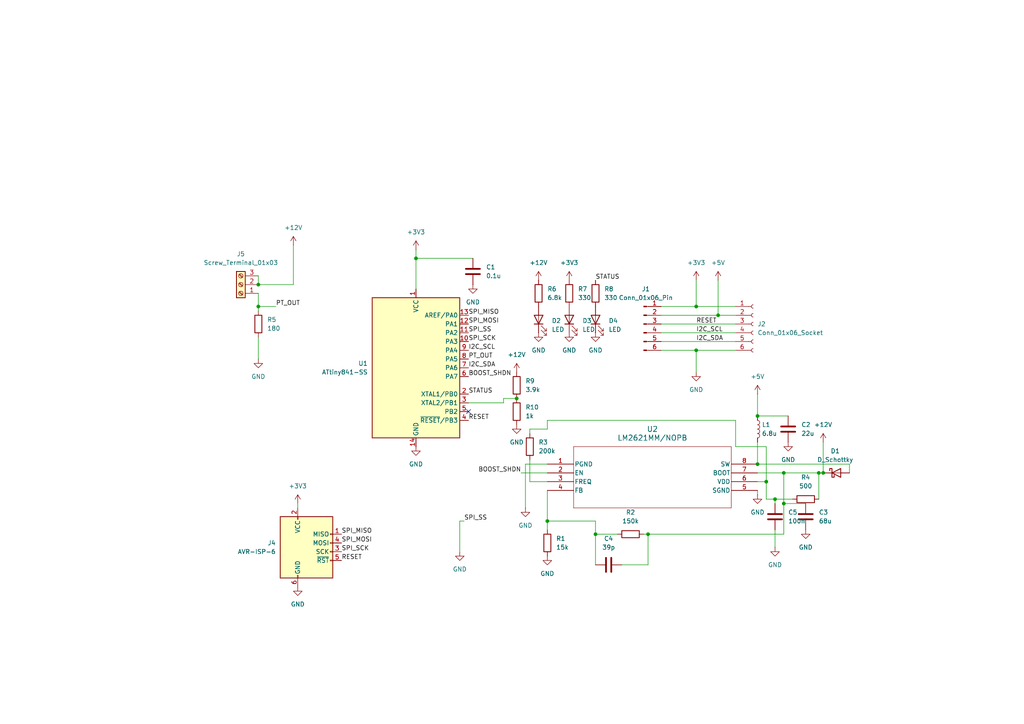
<source format=kicad_sch>
(kicad_sch (version 20231120) (generator "eeschema") (generator_version "8.0")
  (paper "A4")
  (lib_symbols
    (symbol "2025-02-03_04-38-13:LM2621MM_NOPB" (pin_names (offset 0.254))
      (property "Reference" "U" (at 30.48 10.16 0))
      (property "Value" "LM2621MM/NOPB" (at 30.48 7.62 0))
      (symbol "LM2621MM_NOPB_0_1"
        (polyline (pts (xy 7.62 -12.7) (xy 53.34 -12.7)) (stroke (width 0.127)))
        (polyline (pts (xy 7.62 5.08) (xy 7.62 -12.7)) (stroke (width 0.127)))
        (polyline (pts (xy 53.34 -12.7) (xy 53.34 5.08)) (stroke (width 0.127)))
        (polyline (pts (xy 53.34 5.08) (xy 7.62 5.08)) (stroke (width 0.127)))
        (pin passive line (at 0 0 0) (length 7.62) (name "PGND") (number "1"))
        (pin passive line (at 0 -2.54 0) (length 7.62) (name "EN") (number "2"))
        (pin passive line (at 0 -5.08 0) (length 7.62) (name "FREQ") (number "3"))
        (pin passive line (at 0 -7.62 0) (length 7.62) (name "FB") (number "4"))
        (pin passive line (at 60.96 -7.62 180) (length 7.62) (name "SGND") (number "5"))
        (pin passive line (at 60.96 -5.08 180) (length 7.62) (name "VDD") (number "6"))
        (pin passive line (at 60.96 -2.54 180) (length 7.62) (name "BOOT") (number "7"))
        (pin output line (at 60.96 0 180) (length 7.62) (name "SW") (number "8"))
      )
    )
    (symbol "Connector:AVR-ISP-6" (pin_names (offset 1.016))
      (property "Reference" "J" (at -6.35 11.43 0))
      (property "Value" "AVR-ISP-6" (at 0 11.43 0))
      (symbol "AVR-ISP-6_0_1"
        (rectangle (start -2.667 -6.858) (end -2.413 -7.62))
        (rectangle (start -2.667 10.16) (end -2.413 9.398))
        (rectangle (start 7.62 -2.413) (end 6.858 -2.667))
        (rectangle (start 7.62 0.127) (end 6.858 -0.127))
        (rectangle (start 7.62 2.667) (end 6.858 2.413))
        (rectangle (start 7.62 5.207) (end 6.858 4.953))
        (rectangle (start 7.62 10.16) (end -7.62 -7.62) (stroke (width 0.254)) (fill (type background)))
      )
      (symbol "AVR-ISP-6_1_1"
        (pin passive line (at 10.16 5.08 180) (length 2.54) (name "MISO") (number "1"))
        (pin passive line (at -2.54 12.7 270) (length 2.54) (name "VCC") (number "2"))
        (pin passive line (at 10.16 0 180) (length 2.54) (name "SCK") (number "3"))
        (pin passive line (at 10.16 2.54 180) (length 2.54) (name "MOSI") (number "4"))
        (pin passive line (at 10.16 -2.54 180) (length 2.54) (name "~{RST}") (number "5"))
        (pin passive line (at -2.54 -10.16 90) (length 2.54) (name "GND") (number "6"))
      )
    )
    (symbol "Connector:Conn_01x06_Pin" (pin_names (offset 1.016) hide)
      (property "Reference" "J" (at 0 7.62 0))
      (property "Value" "Conn_01x06_Pin" (at 0 -10.16 0))
      (symbol "Conn_01x06_Pin_1_1"
        (polyline (pts (xy 1.27 -7.62) (xy 0.8636 -7.62)) (stroke (width 0.1524)))
        (polyline (pts (xy 1.27 -5.08) (xy 0.8636 -5.08)) (stroke (width 0.1524)))
        (polyline (pts (xy 1.27 -2.54) (xy 0.8636 -2.54)) (stroke (width 0.1524)))
        (polyline (pts (xy 1.27 0) (xy 0.8636 0)) (stroke (width 0.1524)))
        (polyline (pts (xy 1.27 2.54) (xy 0.8636 2.54)) (stroke (width 0.1524)))
        (polyline (pts (xy 1.27 5.08) (xy 0.8636 5.08)) (stroke (width 0.1524)))
        (rectangle (start 0.8636 -7.493) (end 0 -7.747) (stroke (width 0.1524)) (fill (type outline)))
        (rectangle (start 0.8636 -4.953) (end 0 -5.207) (stroke (width 0.1524)) (fill (type outline)))
        (rectangle (start 0.8636 -2.413) (end 0 -2.667) (stroke (width 0.1524)) (fill (type outline)))
        (rectangle (start 0.8636 0.127) (end 0 -0.127) (stroke (width 0.1524)) (fill (type outline)))
        (rectangle (start 0.8636 2.667) (end 0 2.413) (stroke (width 0.1524)) (fill (type outline)))
        (rectangle (start 0.8636 5.207) (end 0 4.953) (stroke (width 0.1524)) (fill (type outline)))
        (pin passive line (at 5.08 5.08 180) (length 3.81) (name "Pin_1") (number "1"))
        (pin passive line (at 5.08 2.54 180) (length 3.81) (name "Pin_2") (number "2"))
        (pin passive line (at 5.08 0 180) (length 3.81) (name "Pin_3") (number "3"))
        (pin passive line (at 5.08 -2.54 180) (length 3.81) (name "Pin_4") (number "4"))
        (pin passive line (at 5.08 -5.08 180) (length 3.81) (name "Pin_5") (number "5"))
        (pin passive line (at 5.08 -7.62 180) (length 3.81) (name "Pin_6") (number "6"))
      )
    )
    (symbol "Connector:Conn_01x06_Socket" (pin_names (offset 1.016) hide)
      (property "Reference" "J" (at 0 7.62 0))
      (property "Value" "Conn_01x06_Socket" (at 0 -10.16 0))
      (symbol "Conn_01x06_Socket_1_1"
        (arc (start 0 -7.112) (mid -0.5058 -7.62) (end 0 -8.128) (stroke (width 0.1524)))
        (arc (start 0 -4.572) (mid -0.5058 -5.08) (end 0 -5.588) (stroke (width 0.1524)))
        (arc (start 0 -2.032) (mid -0.5058 -2.54) (end 0 -3.048) (stroke (width 0.1524)))
        (polyline (pts (xy -1.27 -7.62) (xy -0.508 -7.62)) (stroke (width 0.1524)))
        (polyline (pts (xy -1.27 -5.08) (xy -0.508 -5.08)) (stroke (width 0.1524)))
        (polyline (pts (xy -1.27 -2.54) (xy -0.508 -2.54)) (stroke (width 0.1524)))
        (polyline (pts (xy -1.27 0) (xy -0.508 0)) (stroke (width 0.1524)))
        (polyline (pts (xy -1.27 2.54) (xy -0.508 2.54)) (stroke (width 0.1524)))
        (polyline (pts (xy -1.27 5.08) (xy -0.508 5.08)) (stroke (width 0.1524)))
        (arc (start 0 0.508) (mid -0.5058 0) (end 0 -0.508) (stroke (width 0.1524)))
        (arc (start 0 3.048) (mid -0.5058 2.54) (end 0 2.032) (stroke (width 0.1524)))
        (arc (start 0 5.588) (mid -0.5058 5.08) (end 0 4.572) (stroke (width 0.1524)))
        (pin passive line (at -5.08 5.08 0) (length 3.81) (name "Pin_1") (number "1"))
        (pin passive line (at -5.08 2.54 0) (length 3.81) (name "Pin_2") (number "2"))
        (pin passive line (at -5.08 0 0) (length 3.81) (name "Pin_3") (number "3"))
        (pin passive line (at -5.08 -2.54 0) (length 3.81) (name "Pin_4") (number "4"))
        (pin passive line (at -5.08 -5.08 0) (length 3.81) (name "Pin_5") (number "5"))
        (pin passive line (at -5.08 -7.62 0) (length 3.81) (name "Pin_6") (number "6"))
      )
    )
    (symbol "Connector:Screw_Terminal_01x03" (pin_names (offset 1.016) hide)
      (property "Reference" "J" (at 0 5.08 0))
      (property "Value" "Screw_Terminal_01x03" (at 0 -5.08 0))
      (symbol "Screw_Terminal_01x03_1_1"
        (rectangle (start -1.27 3.81) (end 1.27 -3.81) (stroke (width 0.254)) (fill (type background)))
        (circle (center 0 -2.54) (radius 0.635) (stroke (width 0.1524)))
        (polyline (pts (xy -0.5334 -2.2098) (xy 0.3302 -3.048)) (stroke (width 0.1524)))
        (polyline (pts (xy -0.5334 0.3302) (xy 0.3302 -0.508)) (stroke (width 0.1524)))
        (polyline (pts (xy -0.5334 2.8702) (xy 0.3302 2.032)) (stroke (width 0.1524)))
        (polyline (pts (xy -0.3556 -2.032) (xy 0.508 -2.8702)) (stroke (width 0.1524)))
        (polyline (pts (xy -0.3556 0.508) (xy 0.508 -0.3302)) (stroke (width 0.1524)))
        (polyline (pts (xy -0.3556 3.048) (xy 0.508 2.2098)) (stroke (width 0.1524)))
        (circle (center 0 0) (radius 0.635) (stroke (width 0.1524)))
        (circle (center 0 2.54) (radius 0.635) (stroke (width 0.1524)))
        (pin passive line (at -5.08 2.54 0) (length 3.81) (name "Pin_1") (number "1"))
        (pin passive line (at -5.08 0 0) (length 3.81) (name "Pin_2") (number "2"))
        (pin passive line (at -5.08 -2.54 0) (length 3.81) (name "Pin_3") (number "3"))
      )
    )
    (symbol "Device:C" (pin_numbers hide) (pin_names (offset 0.254))
      (property "Reference" "C" (at 0.635 2.54 0))
      (property "Value" "C" (at 0.635 -2.54 0))
      (symbol "C_0_1"
        (polyline (pts (xy -2.032 -0.762) (xy 2.032 -0.762)) (stroke (width 0.508)))
        (polyline (pts (xy -2.032 0.762) (xy 2.032 0.762)) (stroke (width 0.508)))
      )
      (symbol "C_1_1"
        (pin passive line (at 0 3.81 270) (length 2.794) (name "~") (number "1"))
        (pin passive line (at 0 -3.81 90) (length 2.794) (name "~") (number "2"))
      )
    )
    (symbol "Device:D_Schottky" (pin_numbers hide) (pin_names (offset 1.016) hide)
      (property "Reference" "D" (at 0 2.54 0))
      (property "Value" "D_Schottky" (at 0 -2.54 0))
      (symbol "D_Schottky_0_1"
        (polyline (pts (xy 1.27 0) (xy -1.27 0)))
        (polyline (pts (xy 1.27 1.27) (xy 1.27 -1.27) (xy -1.27 0) (xy 1.27 1.27)) (stroke (width 0.254)))
        (polyline (pts (xy -1.905 0.635) (xy -1.905 1.27) (xy -1.27 1.27) (xy -1.27 -1.27) (xy -0.635 -1.27) (xy -0.635 -0.635)) (stroke (width 0.254)))
      )
      (symbol "D_Schottky_1_1"
        (pin passive line (at -3.81 0 0) (length 2.54) (name "K") (number "1"))
        (pin passive line (at 3.81 0 180) (length 2.54) (name "A") (number "2"))
      )
    )
    (symbol "Device:L" (pin_numbers hide) (pin_names (offset 1.016) hide)
      (property "Reference" "L" (at -1.27 0 90))
      (property "Value" "L" (at 1.905 0 90))
      (symbol "L_0_1"
        (arc (start 0 -2.54) (mid 0.6323 -1.905) (end 0 -1.27))
        (arc (start 0 -1.27) (mid 0.6323 -0.635) (end 0 0))
        (arc (start 0 0) (mid 0.6323 0.635) (end 0 1.27))
        (arc (start 0 1.27) (mid 0.6323 1.905) (end 0 2.54))
      )
      (symbol "L_1_1"
        (pin passive line (at 0 3.81 270) (length 1.27) (name "1") (number "1"))
        (pin passive line (at 0 -3.81 90) (length 1.27) (name "2") (number "2"))
      )
    )
    (symbol "Device:LED" (pin_numbers hide) (pin_names (offset 1.016) hide)
      (property "Reference" "D" (at 0 2.54 0))
      (property "Value" "LED" (at 0 -2.54 0))
      (symbol "LED_0_1"
        (polyline (pts (xy -1.27 -1.27) (xy -1.27 1.27)) (stroke (width 0.254)))
        (polyline (pts (xy -1.27 0) (xy 1.27 0)))
        (polyline (pts (xy 1.27 -1.27) (xy 1.27 1.27) (xy -1.27 0) (xy 1.27 -1.27)) (stroke (width 0.254)))
        (polyline (pts (xy -3.048 -0.762) (xy -4.572 -2.286) (xy -3.81 -2.286) (xy -4.572 -2.286) (xy -4.572 -1.524)))
        (polyline (pts (xy -1.778 -0.762) (xy -3.302 -2.286) (xy -2.54 -2.286) (xy -3.302 -2.286) (xy -3.302 -1.524)))
      )
      (symbol "LED_1_1"
        (pin passive line (at -3.81 0 0) (length 2.54) (name "K") (number "1"))
        (pin passive line (at 3.81 0 180) (length 2.54) (name "A") (number "2"))
      )
    )
    (symbol "Device:R" (pin_numbers hide) (pin_names (offset 0))
      (property "Reference" "R" (at 2.032 0 90))
      (property "Value" "R" (at 0 0 90))
      (symbol "R_0_1"
        (rectangle (start -1.016 -2.54) (end 1.016 2.54) (stroke (width 0.254)))
      )
      (symbol "R_1_1"
        (pin passive line (at 0 3.81 270) (length 1.27) (name "~") (number "1"))
        (pin passive line (at 0 -3.81 90) (length 1.27) (name "~") (number "2"))
      )
    )
    (symbol "MCU_Microchip_ATtiny:ATtiny841-SS"
      (property "Reference" "U" (at -12.7 21.59 0))
      (property "Value" "ATtiny841-SS" (at 2.54 -21.59 0))
      (symbol "ATtiny841-SS_0_1"
        (rectangle (start -12.7 -20.32) (end 12.7 20.32) (stroke (width 0.254)) (fill (type background)))
      )
      (symbol "ATtiny841-SS_1_1"
        (pin power_in line (at 0 22.86 270) (length 2.54) (name "VCC") (number "1"))
        (pin bidirectional line (at 15.24 7.62 180) (length 2.54) (name "PA3") (number "10"))
        (pin bidirectional line (at 15.24 10.16 180) (length 2.54) (name "PA2") (number "11"))
        (pin bidirectional line (at 15.24 12.7 180) (length 2.54) (name "PA1") (number "12"))
        (pin bidirectional line (at 15.24 15.24 180) (length 2.54) (name "AREF/PA0") (number "13"))
        (pin power_in line (at 0 -22.86 90) (length 2.54) (name "GND") (number "14"))
        (pin bidirectional line (at 15.24 -7.62 180) (length 2.54) (name "XTAL1/PB0") (number "2"))
        (pin bidirectional line (at 15.24 -10.16 180) (length 2.54) (name "XTAL2/PB1") (number "3"))
        (pin bidirectional line (at 15.24 -15.24 180) (length 2.54) (name "~{RESET}/PB3") (number "4"))
        (pin bidirectional line (at 15.24 -12.7 180) (length 2.54) (name "PB2") (number "5"))
        (pin bidirectional line (at 15.24 -2.54 180) (length 2.54) (name "PA7") (number "6"))
        (pin bidirectional line (at 15.24 0 180) (length 2.54) (name "PA6") (number "7"))
        (pin bidirectional line (at 15.24 2.54 180) (length 2.54) (name "PA5") (number "8"))
        (pin bidirectional line (at 15.24 5.08 180) (length 2.54) (name "PA4") (number "9"))
      )
    )
    (symbol "power:+12V" (power) (pin_numbers hide) (pin_names (offset 0) hide)
      (property "Value" "+12V" (at 0 3.556 0))
      (symbol "+12V_0_1"
        (polyline (pts (xy -0.762 1.27) (xy 0 2.54)))
        (polyline (pts (xy 0 0) (xy 0 2.54)))
        (polyline (pts (xy 0 2.54) (xy 0.762 1.27)))
      )
      (symbol "+12V_1_1"
        (pin power_in line (at 0 0 90) (length 0) (name "~") (number "1"))
      )
    )
    (symbol "power:+3V3" (power) (pin_numbers hide) (pin_names (offset 0) hide)
      (property "Value" "+3V3" (at 0 3.556 0))
      (symbol "+3V3_0_1"
        (polyline (pts (xy -0.762 1.27) (xy 0 2.54)))
        (polyline (pts (xy 0 0) (xy 0 2.54)))
        (polyline (pts (xy 0 2.54) (xy 0.762 1.27)))
      )
      (symbol "+3V3_1_1"
        (pin power_in line (at 0 0 90) (length 0) (name "~") (number "1"))
      )
    )
    (symbol "power:+5V" (power) (pin_numbers hide) (pin_names (offset 0) hide)
      (property "Value" "+5V" (at 0 3.556 0))
      (symbol "+5V_0_1"
        (polyline (pts (xy -0.762 1.27) (xy 0 2.54)))
        (polyline (pts (xy 0 0) (xy 0 2.54)))
        (polyline (pts (xy 0 2.54) (xy 0.762 1.27)))
      )
      (symbol "+5V_1_1"
        (pin power_in line (at 0 0 90) (length 0) (name "~") (number "1"))
      )
    )
    (symbol "power:GND" (power) (pin_numbers hide) (pin_names (offset 0) hide)
      (property "Value" "GND" (at 0 -3.81 0))
      (symbol "GND_0_1"
        (polyline (pts (xy 0 0) (xy 0 -1.27) (xy 1.27 -1.27) (xy 0 -2.54) (xy -1.27 -1.27) (xy 0 -1.27)))
      )
      (symbol "GND_1_1"
        (pin power_in line (at 0 0 270) (length 0) (name "~") (number "1"))
      )
    )
  )
  (junction (at 219.71 120.65))
  (junction (at 158.75 151.13))
  (junction (at 149.86 115.57))
  (junction (at 227.33 137.16))
  (junction (at 187.96 154.94))
  (junction (at 201.93 101.6))
  (junction (at 238.76 137.16))
  (junction (at 208.28 91.44))
  (junction (at 219.71 134.62))
  (junction (at 201.93 88.9))
  (junction (at 237.49 137.16))
  (junction (at 224.79 144.78))
  (junction (at 172.72 154.94))
  (junction (at 74.93 82.55))
  (junction (at 74.93 88.9))
  (junction (at 120.65 74.93))
  (junction (at 222.25 139.7))
  (junction (at 227.33 146.05))
  (no_connect (at 135.89 119.38))
  (wire (pts (xy 229.87 144.78) (xy 224.79 144.78)))
  (wire (pts (xy 74.93 85.09) (xy 74.93 88.9)))
  (wire (pts (xy 172.72 154.94) (xy 172.72 163.83)))
  (wire (pts (xy 187.96 163.83) (xy 187.96 154.94)))
  (wire (pts (xy 158.75 139.7) (xy 153.67 139.7)))
  (wire (pts (xy 227.33 137.16) (xy 237.49 137.16)))
  (wire (pts (xy 191.77 99.06) (xy 213.36 99.06)))
  (wire (pts (xy 213.36 129.54) (xy 213.36 121.92)))
  (wire (pts (xy 227.33 154.94) (xy 227.33 146.05)))
  (wire (pts (xy 238.76 128.27) (xy 238.76 137.16)))
  (wire (pts (xy 120.65 74.93) (xy 120.65 83.82)))
  (wire (pts (xy 153.67 124.46) (xy 158.75 124.46)))
  (wire (pts (xy 133.35 151.13) (xy 134.62 151.13)))
  (wire (pts (xy 208.28 91.44) (xy 213.36 91.44)))
  (wire (pts (xy 219.71 137.16) (xy 227.33 137.16)))
  (wire (pts (xy 219.71 142.24) (xy 219.71 143.51)))
  (wire (pts (xy 146.05 116.84) (xy 146.05 115.57)))
  (wire (pts (xy 179.07 154.94) (xy 172.72 154.94)))
  (wire (pts (xy 172.72 154.94) (xy 172.72 151.13)))
  (wire (pts (xy 152.4 134.62) (xy 152.4 147.32)))
  (wire (pts (xy 74.93 88.9) (xy 80.01 88.9)))
  (wire (pts (xy 153.67 125.73) (xy 153.67 124.46)))
  (wire (pts (xy 85.09 71.12) (xy 85.09 82.55)))
  (wire (pts (xy 74.93 88.9) (xy 74.93 90.17)))
  (wire (pts (xy 219.71 114.3) (xy 219.71 120.65)))
  (wire (pts (xy 237.49 137.16) (xy 237.49 144.78)))
  (wire (pts (xy 213.36 121.92) (xy 158.75 121.92)))
  (wire (pts (xy 158.75 121.92) (xy 158.75 124.46)))
  (wire (pts (xy 227.33 146.05) (xy 233.68 146.05)))
  (wire (pts (xy 158.75 142.24) (xy 158.75 151.13)))
  (wire (pts (xy 222.25 139.7) (xy 222.25 129.54)))
  (wire (pts (xy 191.77 96.52) (xy 213.36 96.52)))
  (wire (pts (xy 151.13 137.16) (xy 158.75 137.16)))
  (wire (pts (xy 191.77 88.9) (xy 201.93 88.9)))
  (wire (pts (xy 180.34 163.83) (xy 187.96 163.83)))
  (wire (pts (xy 191.77 101.6) (xy 201.93 101.6)))
  (wire (pts (xy 74.93 97.79) (xy 74.93 104.14)))
  (wire (pts (xy 222.25 129.54) (xy 213.36 129.54)))
  (wire (pts (xy 201.93 88.9) (xy 213.36 88.9)))
  (wire (pts (xy 85.09 82.55) (xy 74.93 82.55)))
  (wire (pts (xy 120.65 74.93) (xy 137.16 74.93)))
  (wire (pts (xy 158.75 151.13) (xy 158.75 153.67)))
  (wire (pts (xy 246.38 137.16) (xy 246.38 134.62)))
  (wire (pts (xy 187.96 154.94) (xy 227.33 154.94)))
  (wire (pts (xy 246.38 134.62) (xy 219.71 134.62)))
  (wire (pts (xy 237.49 137.16) (xy 238.76 137.16)))
  (wire (pts (xy 222.25 144.78) (xy 222.25 139.7)))
  (wire (pts (xy 133.35 160.02) (xy 133.35 151.13)))
  (wire (pts (xy 208.28 81.28) (xy 208.28 91.44)))
  (wire (pts (xy 146.05 115.57) (xy 149.86 115.57)))
  (wire (pts (xy 153.67 139.7) (xy 153.67 133.35)))
  (wire (pts (xy 191.77 91.44) (xy 208.28 91.44)))
  (wire (pts (xy 224.79 153.67) (xy 224.79 158.75)))
  (wire (pts (xy 227.33 146.05) (xy 227.33 137.16)))
  (wire (pts (xy 158.75 151.13) (xy 172.72 151.13)))
  (wire (pts (xy 74.93 80.01) (xy 74.93 82.55)))
  (wire (pts (xy 86.36 146.05) (xy 86.36 147.32)))
  (wire (pts (xy 186.69 154.94) (xy 187.96 154.94)))
  (wire (pts (xy 135.89 116.84) (xy 146.05 116.84)))
  (wire (pts (xy 158.75 134.62) (xy 152.4 134.62)))
  (wire (pts (xy 224.79 144.78) (xy 224.79 146.05)))
  (wire (pts (xy 219.71 139.7) (xy 222.25 139.7)))
  (wire (pts (xy 120.65 72.39) (xy 120.65 74.93)))
  (wire (pts (xy 201.93 81.28) (xy 201.93 88.9)))
  (wire (pts (xy 219.71 120.65) (xy 228.6 120.65)))
  (wire (pts (xy 219.71 128.27) (xy 219.71 134.62)))
  (wire (pts (xy 191.77 93.98) (xy 213.36 93.98)))
  (wire (pts (xy 201.93 101.6) (xy 213.36 101.6)))
  (wire (pts (xy 224.79 144.78) (xy 222.25 144.78)))
  (wire (pts (xy 201.93 101.6) (xy 201.93 107.95)))
  (label "SPI_SS" (at 135.89 96.52 0))
  (label "SPI_MOSI" (at 135.89 93.98 0))
  (label "SPI_MOSI" (at 99.06 157.48 0))
  (label "PT_OUT" (at 80.01 88.9 0))
  (label "STATUS" (at 135.89 114.3 0))
  (label "BOOST_SHDN" (at 135.89 109.22 0))
  (label "STATUS" (at 172.72 81.28 0))
  (label "SPI_SCK" (at 135.89 99.06 0))
  (label "SPI_MISO" (at 99.06 154.94 0))
  (label "I2C_SCL" (at 135.89 101.6 0))
  (label "PT_OUT" (at 135.89 104.14 0))
  (label "I2C_SCL" (at 201.93 96.52 0))
  (label "SPI_SCK" (at 99.06 160.02 0))
  (label "RESET" (at 135.89 121.92 0))
  (label "RESET" (at 99.06 162.56 0))
  (label "SPI_MISO" (at 135.89 91.44 0))
  (label "BOOST_SHDN" (at 151.13 137.16 180))
  (label "SPI_SS" (at 134.62 151.13 0))
  (label "RESET" (at 201.93 93.98 0))
  (label "I2C_SDA" (at 201.93 99.06 0))
  (label "I2C_SDA" (at 135.89 106.68 0))
  (symbol (lib_id "Device:D_Schottky") (at 242.57 137.16 0) (unit 1)
    (property "Reference" "D1" (at 242.2525 130.81 0))
    (property "Value" "D_Schottky" (at 242.2525 133.35 0))
    (property "Footprint" "Diode_SMD:D_0603_1608Metric" (effects (hide yes)))
    (property "Description" "Schottky diode" (effects (hide yes)))
  )
  (symbol (lib_id "2025-02-03_04-38-13:LM2621MM_NOPB") (at 158.75 134.62 0) (unit 1)
    (property "Reference" "U2" (at 189.23 124.46 0) (effects (font (size 1.524 1.524))))
    (property "Value" "LM2621MM/NOPB" (at 189.23 127 0) (effects (font (size 1.524 1.524))))
    (property "Footprint" "Package_SO:VSSOP-8_3x3mm_P0.65mm" (effects (hide yes)))
    (property "Datasheet" "LM2621MM/NOPB" (effects (hide yes)))
  )
  (symbol (lib_id "power:GND") (at 86.36 170.18 0) (unit 1)
    (property "Reference" "#PWR025" (effects (hide yes)))
    (property "Value" "GND" (at 86.36 175.26 0))
    (property "Description" "Power symbol creates a global label with name \"GND\" , ground" (effects (hide yes)))
  )
  (symbol (lib_id "power:GND") (at 172.72 96.52 0) (unit 1)
    (property "Reference" "#PWR021" (effects (hide yes)))
    (property "Value" "GND" (at 172.72 101.6 0))
    (property "Description" "Power symbol creates a global label with name \"GND\" , ground" (effects (hide yes)))
  )
  (symbol (lib_id "Device:C") (at 228.6 124.46 0) (unit 1)
    (property "Reference" "C2" (at 232.41 123.1899 0) (effects (justify left)))
    (property "Value" "22u" (at 232.41 125.7299 0) (effects (justify left)))
    (property "Footprint" "Capacitor_SMD:C_0603_1608Metric" (effects (hide yes)))
    (property "Description" "Unpolarized capacitor" (effects (hide yes)))
  )
  (symbol (lib_id "Device:LED") (at 156.21 92.71 90) (unit 1)
    (property "Reference" "D2" (at 160.02 93.0274 90) (effects (justify right)))
    (property "Value" "LED" (at 160.02 95.5674 90) (effects (justify right)))
    (property "Footprint" "LED_SMD:LED_0603_1608Metric" (effects (hide yes)))
    (property "Description" "Light emitting diode" (effects (hide yes)))
  )
  (symbol (lib_id "power:+12V") (at 238.76 128.27 0) (unit 1)
    (property "Reference" "#PWR014" (effects (hide yes)))
    (property "Value" "+12V" (at 238.76 123.19 0))
    (property "Description" "Power symbol creates a global label with name \"+12V\"" (effects (hide yes)))
  )
  (symbol (lib_id "power:+3V3") (at 201.93 81.28 0) (unit 1)
    (property "Reference" "#PWR04" (effects (hide yes)))
    (property "Value" "+3V3" (at 201.93 76.2 0))
    (property "Description" "Power symbol creates a global label with name \"+3V3\"" (effects (hide yes)))
  )
  (symbol (lib_id "Device:R") (at 165.1 85.09 0) (unit 1)
    (property "Reference" "R7" (at 167.64 83.8199 0) (effects (justify left)))
    (property "Value" "330" (at 167.64 86.3599 0) (effects (justify left)))
    (property "Footprint" "Resistor_SMD:R_0603_1608Metric" (effects (hide yes)))
    (property "Description" "Resistor" (effects (hide yes)))
  )
  (symbol (lib_id "power:GND") (at 149.86 123.19 0) (unit 1)
    (property "Reference" "#PWR026" (effects (hide yes)))
    (property "Value" "GND" (at 149.86 128.27 0))
    (property "Description" "Power symbol creates a global label with name \"GND\" , ground" (effects (hide yes)))
  )
  (symbol (lib_id "Device:LED") (at 165.1 92.71 90) (unit 1)
    (property "Reference" "D3" (at 168.91 93.0274 90) (effects (justify right)))
    (property "Value" "LED" (at 168.91 95.5674 90) (effects (justify right)))
    (property "Footprint" "LED_SMD:LED_0603_1608Metric" (effects (hide yes)))
    (property "Description" "Light emitting diode" (effects (hide yes)))
  )
  (symbol (lib_id "power:+5V") (at 208.28 81.28 0) (unit 1)
    (property "Reference" "#PWR05" (effects (hide yes)))
    (property "Value" "+5V" (at 208.28 76.2 0))
    (property "Description" "Power symbol creates a global label with name \"+5V\"" (effects (hide yes)))
  )
  (symbol (lib_id "power:+5V") (at 219.71 114.3 0) (unit 1)
    (property "Reference" "#PWR010" (effects (hide yes)))
    (property "Value" "+5V" (at 219.71 109.22 0))
    (property "Description" "Power symbol creates a global label with name \"+5V\"" (effects (hide yes)))
  )
  (symbol (lib_id "power:GND") (at 156.21 96.52 0) (unit 1)
    (property "Reference" "#PWR018" (effects (hide yes)))
    (property "Value" "GND" (at 156.21 101.6 0))
    (property "Description" "Power symbol creates a global label with name \"GND\" , ground" (effects (hide yes)))
  )
  (symbol (lib_id "power:+3V3") (at 86.36 146.05 0) (unit 1)
    (property "Reference" "#PWR022" (effects (hide yes)))
    (property "Value" "+3V3" (at 86.36 140.97 0))
    (property "Description" "Power symbol creates a global label with name \"+3V3\"" (effects (hide yes)))
  )
  (symbol (lib_id "Connector:Screw_Terminal_01x03") (at 69.85 82.55 180) (unit 1)
    (property "Reference" "J5" (at 69.85 73.66 0))
    (property "Value" "Screw_Terminal_01x03" (at 69.85 76.2 0))
    (property "Footprint" "TerminalBlock_Phoenix:TerminalBlock_Phoenix_MPT-0,5-3-2.54_1x03_P2.54mm_Horizontal" (effects (hide yes)))
    (property "Description" "Generic screw terminal, single row, 01x03, script generated (kicad-library-utils/schlib/autogen/connector/)" (effects (hide yes)))
  )
  (symbol (lib_id "power:GND") (at 228.6 128.27 0) (unit 1)
    (property "Reference" "#PWR09" (effects (hide yes)))
    (property "Value" "GND" (at 228.6 133.35 0))
    (property "Description" "Power symbol creates a global label with name \"GND\" , ground" (effects (hide yes)))
  )
  (symbol (lib_id "power:GND") (at 120.65 129.54 0) (unit 1)
    (property "Reference" "#PWR01" (effects (hide yes)))
    (property "Value" "GND" (at 120.65 134.62 0))
    (property "Description" "Power symbol creates a global label with name \"GND\" , ground" (effects (hide yes)))
  )
  (symbol (lib_id "power:+12V") (at 156.21 81.28 0) (unit 1)
    (property "Reference" "#PWR017" (effects (hide yes)))
    (property "Value" "+12V" (at 156.21 76.2 0))
    (property "Description" "Power symbol creates a global label with name \"+12V\"" (effects (hide yes)))
  )
  (symbol (lib_id "power:GND") (at 219.71 143.51 0) (unit 1)
    (property "Reference" "#PWR08" (effects (hide yes)))
    (property "Value" "GND" (at 219.71 148.59 0))
    (property "Description" "Power symbol creates a global label with name \"GND\" , ground" (effects (hide yes)))
  )
  (symbol (lib_id "Device:R") (at 233.68 144.78 90) (unit 1)
    (property "Reference" "R4" (at 233.68 138.43 90))
    (property "Value" "500" (at 233.68 140.97 90))
    (property "Footprint" "Resistor_SMD:R_0603_1608Metric" (effects (hide yes)))
    (property "Description" "Resistor" (effects (hide yes)))
  )
  (symbol (lib_id "Device:C") (at 233.68 149.86 0) (unit 1)
    (property "Reference" "C3" (at 237.49 148.5899 0) (effects (justify left)))
    (property "Value" "68u" (at 237.49 151.1299 0) (effects (justify left)))
    (property "Footprint" "Capacitor_SMD:C_0805_2012Metric" (effects (hide yes)))
    (property "Description" "Unpolarized capacitor" (effects (hide yes)))
  )
  (symbol (lib_id "power:+12V") (at 149.86 107.95 0) (unit 1)
    (property "Reference" "#PWR023" (effects (hide yes)))
    (property "Value" "+12V" (at 149.86 102.87 0))
    (property "Description" "Power symbol creates a global label with name \"+12V\"" (effects (hide yes)))
  )
  (symbol (lib_id "Connector:AVR-ISP-6") (at 88.9 160.02 0) (unit 1)
    (property "Reference" "J4" (at 80.01 157.4799 0) (effects (justify right)))
    (property "Value" "AVR-ISP-6" (at 80.01 160.0199 0) (effects (justify right)))
    (property "Footprint" "Connector:Tag-Connect_TC2030-IDC-NL_2x03_P1.27mm_Vertical" (effects (hide yes)))
    (property "Description" "Atmel 6-pin ISP connector" (effects (hide yes)))
  )
  (symbol (lib_id "power:GND") (at 165.1 96.52 0) (unit 1)
    (property "Reference" "#PWR020" (effects (hide yes)))
    (property "Value" "GND" (at 165.1 101.6 0))
    (property "Description" "Power symbol creates a global label with name \"GND\" , ground" (effects (hide yes)))
  )
  (symbol (lib_id "Device:C") (at 137.16 78.74 0) (unit 1)
    (property "Reference" "C1" (at 140.97 77.4699 0) (effects (justify left)))
    (property "Value" "0.1u" (at 140.97 80.0099 0) (effects (justify left)))
    (property "Footprint" "Capacitor_SMD:C_0603_1608Metric" (effects (hide yes)))
    (property "Description" "Unpolarized capacitor" (effects (hide yes)))
  )
  (symbol (lib_id "Device:R") (at 172.72 85.09 0) (unit 1)
    (property "Reference" "R8" (at 175.26 83.8199 0) (effects (justify left)))
    (property "Value" "330" (at 175.26 86.3599 0) (effects (justify left)))
    (property "Footprint" "Resistor_SMD:R_0603_1608Metric" (effects (hide yes)))
    (property "Description" "Resistor" (effects (hide yes)))
  )
  (symbol (lib_id "power:GND") (at 158.75 161.29 0) (unit 1)
    (property "Reference" "#PWR011" (effects (hide yes)))
    (property "Value" "GND" (at 158.75 166.37 0))
    (property "Description" "Power symbol creates a global label with name \"GND\" , ground" (effects (hide yes)))
  )
  (symbol (lib_id "Device:C") (at 224.79 149.86 0) (unit 1)
    (property "Reference" "C5" (at 228.6 148.5899 0) (effects (justify left)))
    (property "Value" "100n" (at 228.6 151.1299 0) (effects (justify left)))
    (property "Footprint" "Capacitor_SMD:C_0603_1608Metric" (effects (hide yes)))
    (property "Description" "Unpolarized capacitor" (effects (hide yes)))
  )
  (symbol (lib_id "power:GND") (at 152.4 147.32 0) (unit 1)
    (property "Reference" "#PWR07" (effects (hide yes)))
    (property "Value" "GND" (at 152.4 152.4 0))
    (property "Description" "Power symbol creates a global label with name \"GND\" , ground" (effects (hide yes)))
  )
  (symbol (lib_id "Device:R") (at 158.75 157.48 0) (unit 1)
    (property "Reference" "R1" (at 161.29 156.2099 0) (effects (justify left)))
    (property "Value" "15k" (at 161.29 158.7499 0) (effects (justify left)))
    (property "Footprint" "Resistor_SMD:R_0603_1608Metric" (effects (hide yes)))
    (property "Description" "Resistor" (effects (hide yes)))
  )
  (symbol (lib_id "power:GND") (at 224.79 158.75 0) (unit 1)
    (property "Reference" "#PWR013" (effects (hide yes)))
    (property "Value" "GND" (at 224.79 163.83 0))
    (property "Description" "Power symbol creates a global label with name \"GND\" , ground" (effects (hide yes)))
  )
  (symbol (lib_id "power:GND") (at 133.35 160.02 0) (unit 1)
    (property "Reference" "#PWR024" (effects (hide yes)))
    (property "Value" "GND" (at 133.35 165.1 0))
    (property "Description" "Power symbol creates a global label with name \"GND\" , ground" (effects (hide yes)))
  )
  (symbol (lib_id "power:+12V") (at 85.09 71.12 0) (unit 1)
    (property "Reference" "#PWR015" (effects (hide yes)))
    (property "Value" "+12V" (at 85.09 66.04 0))
    (property "Description" "Power symbol creates a global label with name \"+12V\"" (effects (hide yes)))
  )
  (symbol (lib_id "power:GND") (at 137.16 82.55 0) (unit 1)
    (property "Reference" "#PWR06" (effects (hide yes)))
    (property "Value" "GND" (at 137.16 87.63 0))
    (property "Description" "Power symbol creates a global label with name \"GND\" , ground" (effects (hide yes)))
  )
  (symbol (lib_id "Device:R") (at 182.88 154.94 270) (unit 1)
    (property "Reference" "R2" (at 182.88 148.59 90))
    (property "Value" "150k" (at 182.88 151.13 90))
    (property "Footprint" "Resistor_SMD:R_0603_1608Metric" (effects (hide yes)))
    (property "Description" "Resistor" (effects (hide yes)))
  )
  (symbol (lib_id "MCU_Microchip_ATtiny:ATtiny841-SS") (at 120.65 106.68 0) (unit 1)
    (property "Reference" "U1" (at 106.68 105.4099 0) (effects (justify right)))
    (property "Value" "ATtiny841-SS" (at 106.68 107.9499 0) (effects (justify right)))
    (property "Footprint" "Package_SO:SOIC-14_3.9x8.7mm_P1.27mm" (effects (hide yes)))
    (property "Datasheet" "http://ww1.microchip.com/downloads/en/DeviceDoc/Atmel-8495-8-bit-AVR-Microcontrollers-ATtiny441-ATtiny841_Datasheet.pdf" (effects (hide yes)))
    (property "Description" "16MHz, 8kB Flash, 512B SRAM, 512B EEPROM, ADC, ACI, debugWIRE, SOIC-14" (effects (hide yes)))
  )
  (symbol (lib_id "Device:R") (at 149.86 119.38 0) (unit 1)
    (property "Reference" "R10" (at 152.4 118.1099 0) (effects (justify left)))
    (property "Value" "1k" (at 152.4 120.6499 0) (effects (justify left)))
    (property "Footprint" "Resistor_SMD:R_0603_1608Metric" (effects (hide yes)))
    (property "Description" "Resistor" (effects (hide yes)))
  )
  (symbol (lib_id "Device:R") (at 74.93 93.98 0) (unit 1)
    (property "Reference" "R5" (at 77.47 92.7099 0) (effects (justify left)))
    (property "Value" "180" (at 77.47 95.2499 0) (effects (justify left)))
    (property "Footprint" "Resistor_SMD:R_0603_1608Metric" (effects (hide yes)))
    (property "Description" "Resistor" (effects (hide yes)))
  )
  (symbol (lib_id "Device:R") (at 153.67 129.54 0) (unit 1)
    (property "Reference" "R3" (at 156.21 128.2699 0) (effects (justify left)))
    (property "Value" "200k" (at 156.21 130.8099 0) (effects (justify left)))
    (property "Footprint" "Resistor_SMD:R_0603_1608Metric" (effects (hide yes)))
    (property "Description" "Resistor" (effects (hide yes)))
  )
  (symbol (lib_id "Device:R") (at 156.21 85.09 0) (unit 1)
    (property "Reference" "R6" (at 158.75 83.8199 0) (effects (justify left)))
    (property "Value" "6.8k" (at 158.75 86.3599 0) (effects (justify left)))
    (property "Footprint" "Resistor_SMD:R_0603_1608Metric" (effects (hide yes)))
    (property "Description" "Resistor" (effects (hide yes)))
  )
  (symbol (lib_id "Device:C") (at 176.53 163.83 270) (unit 1)
    (property "Reference" "C4" (at 176.53 156.21 90))
    (property "Value" "39p" (at 176.53 158.75 90))
    (property "Footprint" "Capacitor_SMD:C_0603_1608Metric" (effects (hide yes)))
    (property "Description" "Unpolarized capacitor" (effects (hide yes)))
  )
  (symbol (lib_id "Device:R") (at 149.86 111.76 0) (unit 1)
    (property "Reference" "R9" (at 152.4 110.4899 0) (effects (justify left)))
    (property "Value" "3.9k" (at 152.4 113.0299 0) (effects (justify left)))
    (property "Footprint" "Resistor_SMD:R_0603_1608Metric" (effects (hide yes)))
    (property "Description" "Resistor" (effects (hide yes)))
  )
  (symbol (lib_id "power:+3V3") (at 165.1 81.28 0) (unit 1)
    (property "Reference" "#PWR019" (effects (hide yes)))
    (property "Value" "+3V3" (at 165.1 76.2 0))
    (property "Description" "Power symbol creates a global label with name \"+3V3\"" (effects (hide yes)))
  )
  (symbol (lib_id "Device:LED") (at 172.72 92.71 90) (unit 1)
    (property "Reference" "D4" (at 176.53 93.0274 90) (effects (justify right)))
    (property "Value" "LED" (at 176.53 95.5674 90) (effects (justify right)))
    (property "Footprint" "LED_SMD:LED_0603_1608Metric" (effects (hide yes)))
    (property "Description" "Light emitting diode" (effects (hide yes)))
  )
  (symbol (lib_id "Connector:Conn_01x06_Socket") (at 218.44 93.98 0) (unit 1)
    (property "Reference" "J2" (at 219.71 93.9799 0) (effects (justify left)))
    (property "Value" "Conn_01x06_Socket" (at 219.71 96.5199 0) (effects (justify left)))
    (property "Footprint" "Connector_PinSocket_2.54mm:PinSocket_1x06_P2.54mm_Horizontal" (effects (hide yes)))
    (property "Description" "Generic connector, single row, 01x06, script generated" (effects (hide yes)))
  )
  (symbol (lib_id "power:GND") (at 201.93 107.95 0) (unit 1)
    (property "Reference" "#PWR03" (effects (hide yes)))
    (property "Value" "GND" (at 201.93 113.03 0))
    (property "Description" "Power symbol creates a global label with name \"GND\" , ground" (effects (hide yes)))
  )
  (symbol (lib_id "power:+3V3") (at 120.65 72.39 0) (unit 1)
    (property "Reference" "#PWR02" (effects (hide yes)))
    (property "Value" "+3V3" (at 120.65 67.31 0))
    (property "Description" "Power symbol creates a global label with name \"+3V3\"" (effects (hide yes)))
  )
  (symbol (lib_id "Device:L") (at 219.71 124.46 0) (unit 1)
    (property "Reference" "L1" (at 220.98 123.1899 0) (effects (justify left)))
    (property "Value" "6.8u" (at 220.98 125.7299 0) (effects (justify left)))
    (property "Footprint" "Inductor_SMD:L_0805_2012Metric" (effects (hide yes)))
    (property "Description" "Inductor" (effects (hide yes)))
  )
  (symbol (lib_id "power:GND") (at 233.68 153.67 0) (unit 1)
    (property "Reference" "#PWR012" (effects (hide yes)))
    (property "Value" "GND" (at 233.68 158.75 0))
    (property "Description" "Power symbol creates a global label with name \"GND\" , ground" (effects (hide yes)))
  )
  (symbol (lib_id "Connector:Conn_01x06_Pin") (at 186.69 93.98 0) (unit 1)
    (property "Reference" "J1" (at 187.325 83.82 0))
    (property "Value" "Conn_01x06_Pin" (at 187.325 86.36 0))
    (property "Footprint" "Connector_PinHeader_2.54mm:PinHeader_1x06_P2.54mm_Horizontal" (effects (hide yes)))
    (property "Description" "Generic connector, single row, 01x06, script generated" (effects (hide yes)))
  )
  (symbol (lib_id "power:GND") (at 74.93 104.14 0) (unit 1)
    (property "Reference" "#PWR016" (effects (hide yes)))
    (property "Value" "GND" (at 74.93 109.22 0))
    (property "Description" "Power symbol creates a global label with name \"GND\" , ground" (effects (hide yes)))
  )
)
</source>
